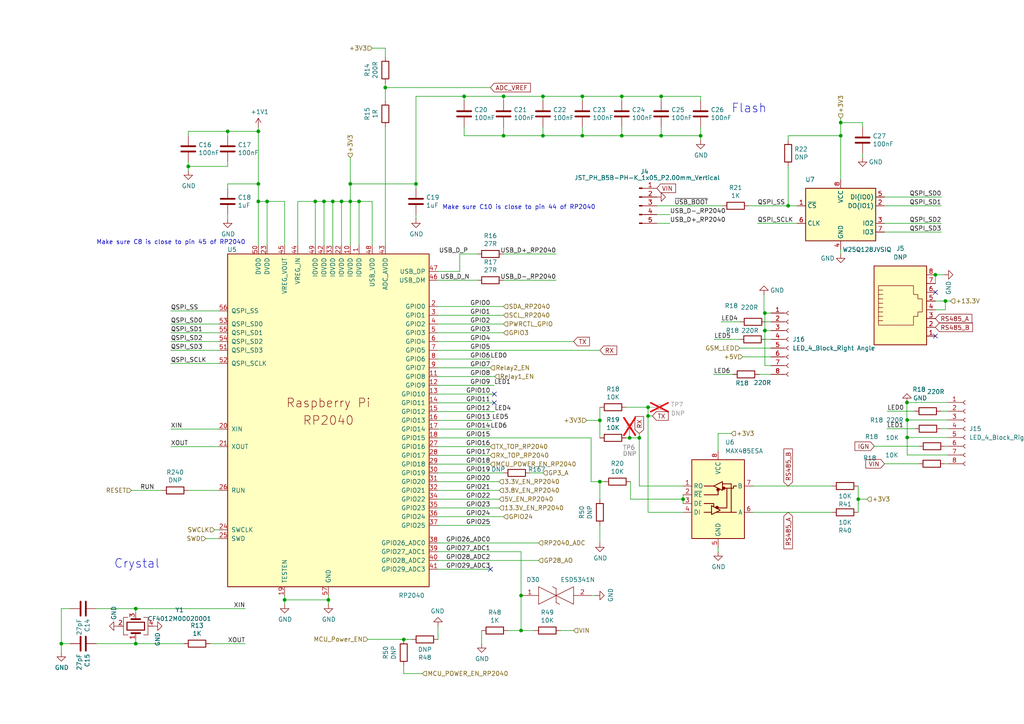
<source format=kicad_sch>
(kicad_sch (version 20231120) (generator "eeschema") (generator_version "8.0")
  (paper "A4")
  (lib_symbols
    (symbol "Connector:Conn_01x05_Male" (pin_names (offset 1.016) hide)
      (property "Reference" "J" (at 0 7.62 0))
      (property "Value" "Conn_01x05_Male" (at 0 -7.62 0))
      (symbol "Conn_01x05_Male_1_1"
        (pin passive line (at 5.08 5.08 180) (length 3.81) (name "Pin_1") (number "1"))
        (pin passive line (at 5.08 2.54 180) (length 3.81) (name "Pin_2") (number "2"))
        (pin passive line (at 5.08 0 180) (length 3.81) (name "Pin_3") (number "3"))
        (pin passive line (at 5.08 -2.54 180) (length 3.81) (name "Pin_4") (number "4"))
        (pin passive line (at 5.08 -5.08 180) (length 3.81) (name "Pin_5") (number "5"))
      )
    )
    (symbol "Connector:Conn_01x08_Socket" (pin_names (offset 1.016) hide)
      (property "Reference" "J" (at 0 10.16 0))
      (property "Value" "Conn_01x08_Socket" (at 0 -12.7 0))
      (symbol "Conn_01x08_Socket_1_1"
        (pin passive line (at -5.08 7.62 0) (length 3.81) (name "Pin_1") (number "1"))
        (pin passive line (at -5.08 5.08 0) (length 3.81) (name "Pin_2") (number "2"))
        (pin passive line (at -5.08 2.54 0) (length 3.81) (name "Pin_3") (number "3"))
        (pin passive line (at -5.08 0 0) (length 3.81) (name "Pin_4") (number "4"))
        (pin passive line (at -5.08 -2.54 0) (length 3.81) (name "Pin_5") (number "5"))
        (pin passive line (at -5.08 -5.08 0) (length 3.81) (name "Pin_6") (number "6"))
        (pin passive line (at -5.08 -7.62 0) (length 3.81) (name "Pin_7") (number "7"))
        (pin passive line (at -5.08 -10.16 0) (length 3.81) (name "Pin_8") (number "8"))
      )
    )
    (symbol "Connector:RJ45" (pin_names (offset 1.016))
      (property "Reference" "J" (at -5.08 13.97 0))
      (property "Value" "RJ45" (at 2.54 13.97 0))
      (symbol "RJ45_1_1"
        (pin passive line (at 10.16 -7.62 180) (length 2.54) (name "~") (number "1"))
        (pin passive line (at 10.16 -5.08 180) (length 2.54) (name "~") (number "2"))
        (pin passive line (at 10.16 -2.54 180) (length 2.54) (name "~") (number "3"))
        (pin passive line (at 10.16 0 180) (length 2.54) (name "~") (number "4"))
        (pin passive line (at 10.16 2.54 180) (length 2.54) (name "~") (number "5"))
        (pin passive line (at 10.16 5.08 180) (length 2.54) (name "~") (number "6"))
        (pin passive line (at 10.16 7.62 180) (length 2.54) (name "~") (number "7"))
        (pin passive line (at 10.16 10.16 180) (length 2.54) (name "~") (number "8"))
      )
    )
    (symbol "Connector:TestPoint" (pin_numbers hide) (pin_names (offset 0.762) hide)
      (property "Reference" "TP" (at 0 6.858 0))
      (property "Value" "TestPoint" (at 0 5.08 0))
      (symbol "TestPoint_1_1"
        (pin passive line (at 0 0 90) (length 2.54) (name "1") (number "1"))
      )
    )
    (symbol "Device:C" (pin_numbers hide) (pin_names (offset 0.254))
      (property "Reference" "C" (at 0.635 2.54 0))
      (property "Value" "C" (at 0.635 -2.54 0))
      (symbol "C_1_1"
        (pin passive line (at 0 3.81 270) (length 2.794) (name "~") (number "1"))
        (pin passive line (at 0 -3.81 90) (length 2.794) (name "~") (number "2"))
      )
    )
    (symbol "Device:Crystal_GND24" (pin_names (offset 1.016) hide)
      (property "Reference" "Y" (at 3.175 5.08 0))
      (property "Value" "Crystal_GND24" (at 3.175 3.175 0))
      (symbol "Crystal_GND24_1_1"
        (pin passive line (at -3.81 0 0) (length 1.27) (name "1") (number "1"))
        (pin passive line (at 0 5.08 270) (length 1.27) (name "2") (number "2"))
        (pin passive line (at 3.81 0 180) (length 1.27) (name "3") (number "3"))
        (pin passive line (at 0 -5.08 90) (length 1.27) (name "4") (number "4"))
      )
    )
    (symbol "Device:R" (pin_numbers hide) (pin_names (offset 0))
      (property "Reference" "R" (at 2.032 0 90))
      (property "Value" "R" (at 0 0 90))
      (symbol "R_1_1"
        (pin passive line (at 0 3.81 270) (length 1.27) (name "~") (number "1"))
        (pin passive line (at 0 -3.81 90) (length 1.27) (name "~") (number "2"))
      )
    )
    (symbol "Interface_UART:MAX485E"
      (property "Reference" "U" (at -6.096 11.43 0))
      (property "Value" "MAX485E" (at 0.762 11.43 0))
      (symbol "MAX485E_1_1"
        (pin output line (at -10.16 2.54 0) (length 2.54) (name "RO") (number "1"))
        (pin input line (at -10.16 0 0) (length 2.54) (name "~{RE}") (number "2"))
        (pin input line (at -10.16 -2.54 0) (length 2.54) (name "DE") (number "3"))
        (pin input line (at -10.16 -5.08 0) (length 2.54) (name "DI") (number "4"))
        (pin power_in line (at 0 -15.24 90) (length 2.54) (name "GND") (number "5"))
        (pin bidirectional line (at 10.16 -5.08 180) (length 2.54) (name "A") (number "6"))
        (pin bidirectional line (at 10.16 2.54 180) (length 2.54) (name "B") (number "7"))
        (pin power_in line (at 0 12.7 270) (length 2.54) (name "VCC") (number "8"))
      )
    )
    (symbol "MCU_RaspberryPi_RP2040:RP2040" (pin_names (offset 1.016))
      (property "Reference" "U" (at -29.21 49.53 0))
      (property "Value" "RP2040" (at 24.13 -49.53 0))
      (symbol "RP2040_0_0"
        (text "Raspberry Pi" (at 0 5.08 0) (effects (font (size 2.54 2.54))))
        (text "RP2040" (at 0 0 0) (effects (font (size 2.54 2.54))))
      )
      (symbol "RP2040_1_1"
        (pin power_in line (at 8.89 50.8 270) (length 2.54) (name "IOVDD") (number "1"))
        (pin power_in line (at 6.35 50.8 270) (length 2.54) (name "IOVDD") (number "10"))
        (pin bidirectional line (at 31.75 12.7 180) (length 2.54) (name "GPIO8") (number "11"))
        (pin bidirectional line (at 31.75 10.16 180) (length 2.54) (name "GPIO9") (number "12"))
        (pin bidirectional line (at 31.75 7.62 180) (length 2.54) (name "GPIO10") (number "13"))
        (pin bidirectional line (at 31.75 5.08 180) (length 2.54) (name "GPIO11") (number "14"))
        (pin bidirectional line (at 31.75 2.54 180) (length 2.54) (name "GPIO12") (number "15"))
        (pin bidirectional line (at 31.75 0 180) (length 2.54) (name "GPIO13") (number "16"))
        (pin bidirectional line (at 31.75 -2.54 180) (length 2.54) (name "GPIO14") (number "17"))
        (pin bidirectional line (at 31.75 -5.08 180) (length 2.54) (name "GPIO15") (number "18"))
        (pin passive line (at -12.7 -50.8 90) (length 2.54) (name "TESTEN") (number "19"))
        (pin bidirectional line (at 31.75 33.02 180) (length 2.54) (name "GPIO0") (number "2"))
        (pin input line (at -31.75 -2.54 0) (length 2.54) (name "XIN") (number "20"))
        (pin passive line (at -31.75 -7.62 0) (length 2.54) (name "XOUT") (number "21"))
        (pin power_in line (at 3.81 50.8 270) (length 2.54) (name "IOVDD") (number "22"))
        (pin power_in line (at -17.78 50.8 270) (length 2.54) (name "DVDD") (number "23"))
        (pin output line (at -31.75 -31.75 0) (length 2.54) (name "SWCLK") (number "24"))
        (pin bidirectional line (at -31.75 -34.29 0) (length 2.54) (name "SWD") (number "25"))
        (pin input line (at -31.75 -20.32 0) (length 2.54) (name "RUN") (number "26"))
        (pin bidirectional line (at 31.75 -7.62 180) (length 2.54) (name "GPIO16") (number "27"))
        (pin bidirectional line (at 31.75 -10.16 180) (length 2.54) (name "GPIO17") (number "28"))
        (pin bidirectional line (at 31.75 -12.7 180) (length 2.54) (name "GPIO18") (number "29"))
        (pin bidirectional line (at 31.75 30.48 180) (length 2.54) (name "GPIO1") (number "3"))
        (pin bidirectional line (at 31.75 -15.24 180) (length 2.54) (name "GPIO19") (number "30"))
        (pin bidirectional line (at 31.75 -17.78 180) (length 2.54) (name "GPIO20") (number "31"))
        (pin bidirectional line (at 31.75 -20.32 180) (length 2.54) (name "GPIO21") (number "32"))
        (pin power_in line (at 1.27 50.8 270) (length 2.54) (name "IOVDD") (number "33"))
        (pin bidirectional line (at 31.75 -22.86 180) (length 2.54) (name "GPIO22") (number "34"))
        (pin bidirectional line (at 31.75 -25.4 180) (length 2.54) (name "GPIO23") (number "35"))
        (pin bidirectional line (at 31.75 -27.94 180) (length 2.54) (name "GPIO24") (number "36"))
        (pin bidirectional line (at 31.75 -30.48 180) (length 2.54) (name "GPIO25") (number "37"))
        (pin bidirectional line (at 31.75 -35.56 180) (length 2.54) (name "GPIO26_ADC0") (number "38"))
        (pin bidirectional line (at 31.75 -38.1 180) (length 2.54) (name "GPIO27_ADC1") (number "39"))
        (pin bidirectional line (at 31.75 27.94 180) (length 2.54) (name "GPIO2") (number "4"))
        (pin bidirectional line (at 31.75 -40.64 180) (length 2.54) (name "GPIO28_ADC2") (number "40"))
        (pin bidirectional line (at 31.75 -43.18 180) (length 2.54) (name "GPIO29_ADC3") (number "41"))
        (pin power_in line (at -1.27 50.8 270) (length 2.54) (name "IOVDD") (number "42"))
        (pin power_in line (at 16.51 50.8 270) (length 2.54) (name "ADC_AVDD") (number "43"))
        (pin power_in line (at -8.89 50.8 270) (length 2.54) (name "VREG_IN") (number "44"))
        (pin power_out line (at -12.7 50.8 270) (length 2.54) (name "VREG_VOUT") (number "45"))
        (pin bidirectional line (at 31.75 40.64 180) (length 2.54) (name "USB_DM") (number "46"))
        (pin bidirectional line (at 31.75 43.18 180) (length 2.54) (name "USB_DP") (number "47"))
        (pin power_in line (at 12.7 50.8 270) (length 2.54) (name "USB_VDD") (number "48"))
        (pin power_in line (at -3.81 50.8 270) (length 2.54) (name "IOVDD") (number "49"))
        (pin bidirectional line (at 31.75 25.4 180) (length 2.54) (name "GPIO3") (number "5"))
        (pin power_in line (at -20.32 50.8 270) (length 2.54) (name "DVDD") (number "50"))
        (pin bidirectional line (at -31.75 20.32 0) (length 2.54) (name "QSPI_SD3") (number "51"))
        (pin output line (at -31.75 16.51 0) (length 2.54) (name "QSPI_SCLK") (number "52"))
        (pin bidirectional line (at -31.75 27.94 0) (length 2.54) (name "QSPI_SD0") (number "53"))
        (pin bidirectional line (at -31.75 22.86 0) (length 2.54) (name "QSPI_SD2") (number "54"))
        (pin bidirectional line (at -31.75 25.4 0) (length 2.54) (name "QSPI_SD1") (number "55"))
        (pin bidirectional line (at -31.75 31.75 0) (length 2.54) (name "QSPI_SS") (number "56"))
        (pin power_in line (at 0 -50.8 90) (length 2.54) (name "GND") (number "57"))
        (pin bidirectional line (at 31.75 22.86 180) (length 2.54) (name "GPIO4") (number "6"))
        (pin bidirectional line (at 31.75 20.32 180) (length 2.54) (name "GPIO5") (number "7"))
        (pin bidirectional line (at 31.75 17.78 180) (length 2.54) (name "GPIO6") (number "8"))
        (pin bidirectional line (at 31.75 15.24 180) (length 2.54) (name "GPIO7") (number "9"))
      )
    )
    (symbol "Memory_Flash:W25Q128JVS"
      (property "Reference" "U" (at -8.89 8.89 0))
      (property "Value" "W25Q128JVS" (at 7.62 8.89 0))
      (symbol "W25Q128JVS_1_1"
        (pin input line (at -12.7 2.54 0) (length 2.54) (name "~{CS}") (number "1"))
        (pin bidirectional line (at 12.7 2.54 180) (length 2.54) (name "DO(IO1)") (number "2"))
        (pin bidirectional line (at 12.7 -2.54 180) (length 2.54) (name "IO2") (number "3"))
        (pin power_in line (at 0 -10.16 90) (length 2.54) (name "GND") (number "4"))
        (pin bidirectional line (at 12.7 5.08 180) (length 2.54) (name "DI(IO0)") (number "5"))
        (pin input line (at -12.7 -2.54 0) (length 2.54) (name "CLK") (number "6"))
        (pin bidirectional line (at 12.7 -5.08 180) (length 2.54) (name "IO3") (number "7"))
        (pin power_in line (at 0 10.16 270) (length 2.54) (name "VCC") (number "8"))
      )
    )
    (symbol "SP0402B-ULC-01ETG:SP0402B-ULC-01ETG" (pin_names (offset 0.762))
      (property "Reference" "D" (at 12.7 8.89 0))
      (property "Value" "SP0402B-ULC-01ETG" (at 12.7 6.35 0))
      (symbol "SP0402B-ULC-01ETG_0_0"
        (pin passive line (at 0 0 0) (length 5.08) (name "~") (number "1"))
        (pin passive line (at 20.32 0 180) (length 5.08) (name "~") (number "2"))
      )
    )
    (symbol "power:+1V1" (power) (pin_names (offset 0))
      (property "Value" "+1V1" (at 0 3.556 0))
      (symbol "+1V1_1_1"
        (pin power_in line (at 0 0 90) (length 0) hide (name "+1V1") (number "1"))
      )
    )
    (symbol "power:GND" (power) (pin_names (offset 0))
      (property "Value" "GND" (at 0 -3.81 0))
      (symbol "GND_1_1"
        (pin power_in line (at 0 0 270) (length 0) hide (name "GND") (number "1"))
      )
    )
  )
  (junction (at 111.76 25.4))
  (junction (at 54.61 48.26))
  (junction (at 221.8396 90.8043))
  (junction (at 271.3007 79.6916))
  (junction (at 39.37 186.69))
  (junction (at 151.13 182.88))
  (junction (at 180.34 27.94))
  (junction (at 117.1006 185.4727))
  (junction (at 101.6 58.42))
  (junction (at 263.1254 126.8876))
  (junction (at 95.25 173.99))
  (junction (at 74.93 58.42))
  (junction (at 180.34 39.37))
  (junction (at 151.13 172.72))
  (junction (at 221.8396 95.8843))
  (junction (at 263.1254 121.8163))
  (junction (at 17.78 186.69))
  (junction (at 263.0568 116.7363))
  (junction (at 104.14 58.42))
  (junction (at 187.96 120.65))
  (junction (at 248.92 144.78))
  (junction (at 39.37 176.53))
  (junction (at 93.98 58.42))
  (junction (at 96.52 58.42))
  (junction (at 82.55 173.99))
  (junction (at 74.93 38.1))
  (junction (at 91.44 58.42))
  (junction (at 168.91 39.37))
  (junction (at 101.6 53.34))
  (junction (at 198.12 144.78))
  (junction (at 182.6119 127))
  (junction (at 134.62 27.94))
  (junction (at 157.48 27.94))
  (junction (at 187.96 118.11))
  (junction (at 228.6 59.69))
  (junction (at 66.04 38.1))
  (junction (at 74.93 53.34))
  (junction (at 99.06 58.42))
  (junction (at 191.77 39.37))
  (junction (at 173.99 121.92))
  (junction (at 120.65 53.34))
  (junction (at 191.77 27.94))
  (junction (at 168.91 27.94))
  (junction (at 77.47 58.42))
  (junction (at 185.42 127))
  (junction (at 146.05 27.94))
  (junction (at 157.48 39.37))
  (junction (at 274.2046 87.3106))
  (junction (at 243.84 39.37))
  (junction (at 243.84 35.56))
  (junction (at 203.2 39.37))
  (junction (at 146.05 39.37))
  (junction (at 173.99 139.7))
  (no_connect (at 142.24 165.1))
  (no_connect (at 143.3693 114.3018))
  (no_connect (at 271.3007 97.4716))
  (no_connect (at 271.3007 84.7716))
  (no_connect (at 143.3631 116.8403))
  (wire (pts (xy 111.76 36.83) (xy 111.76 71.12)))
  (wire (pts (xy 49.53 124.46) (xy 63.5 124.46)))
  (wire (pts (xy 59.69 156.21) (xy 63.5 156.21)))
  (wire (pts (xy 191.77 39.37) (xy 203.2 39.37)))
  (wire (pts (xy 66.04 53.34) (xy 74.93 53.34)))
  (wire (pts (xy 122.5125 195.3653) (xy 117.1006 195.3653)))
  (wire (pts (xy 127 160.02) (xy 151.13 160.02)))
  (wire (pts (xy 191.77 27.94) (xy 203.2 27.94)))
  (wire (pts (xy 143.1694 119.3787) (xy 143.1694 119.38)))
  (wire (pts (xy 101.6 58.42) (xy 104.14 58.42)))
  (wire (pts (xy 127.039 181.6432) (xy 127.039 185.4532)))
  (wire (pts (xy 180.34 27.94) (xy 191.77 27.94)))
  (wire (pts (xy 142.24 114.3018) (xy 142.24 114.3)))
  (wire (pts (xy 143.4165 119.3774) (xy 143.4234 119.3787)))
  (wire (pts (xy 221.8396 90.8043) (xy 221.8396 95.8843)))
  (wire (pts (xy 142.24 109.2128) (xy 142.24 109.22)))
  (wire (pts (xy 82.55 173.99) (xy 95.25 173.99)))
  (wire (pts (xy 142.24 116.8403) (xy 142.24 116.84)))
  (wire (pts (xy 143.3631 116.8403) (xy 142.24 116.8403)))
  (wire (pts (xy 216.6521 103.4902) (xy 216.6521 103.5043)))
  (wire (pts (xy 180.34 39.37) (xy 168.91 39.37)))
  (wire (pts (xy 39.37 186.69) (xy 53.34 186.69)))
  (wire (pts (xy 142.6874 121.92) (xy 127 121.92)))
  (wire (pts (xy 191.77 29.21) (xy 191.77 27.94)))
  (wire (pts (xy 86.36 58.42) (xy 91.44 58.42)))
  (wire (pts (xy 146.05 27.94) (xy 157.48 27.94)))
  (wire (pts (xy 207.0067 108.5843) (xy 212.5516 108.5843)))
  (wire (pts (xy 54.61 46.99) (xy 54.61 48.26)))
  (wire (pts (xy 228.6 48.26) (xy 228.6 59.69)))
  (wire (pts (xy 127 142.24) (xy 144.78 142.24)))
  (wire (pts (xy 127 104.14) (xy 142.24 104.14)))
  (wire (pts (xy 95.25 173.99) (xy 95.25 175.26)))
  (wire (pts (xy 118.2663 185.4532) (xy 119.419 185.4532)))
  (wire (pts (xy 111.76 13.97) (xy 107.95 13.97)))
  (wire (pts (xy 271.3007 79.6916) (xy 271.3007 82.2316)))
  (wire (pts (xy 185.42 125.73) (xy 185.42 127)))
  (wire (pts (xy 272.8769 119.2612) (xy 274.3404 119.2612)))
  (wire (pts (xy 185.42 127) (xy 185.42 140.97)))
  (wire (pts (xy 127 106.68) (xy 142.24 106.68)))
  (wire (pts (xy 27.94 176.53) (xy 39.37 176.53)))
  (wire (pts (xy 120.65 27.94) (xy 120.65 53.34)))
  (wire (pts (xy 143.3159 111.7647) (xy 142.24 111.7647)))
  (wire (pts (xy 101.6 53.34) (xy 101.6 58.42)))
  (wire (pts (xy 153.67 137.16) (xy 157.48 137.16)))
  (wire (pts (xy 274.9191 116.7276) (xy 265.8174 116.7276)))
  (wire (pts (xy 60.96 186.69) (xy 71.12 186.69)))
  (wire (pts (xy 253.5964 129.4276) (xy 266.517 129.4276)))
  (wire (pts (xy 274.137 129.4276) (xy 274.9191 129.4276)))
  (wire (pts (xy 194.31 62.23) (xy 190.5 62.23)))
  (wire (pts (xy 127 96.52) (xy 146.05 96.52)))
  (wire (pts (xy 207.1393 98.4253) (xy 207.1393 98.4243)))
  (wire (pts (xy 93.98 58.42) (xy 96.52 58.42)))
  (wire (pts (xy 216.6521 103.5043) (xy 223.6347 103.5043)))
  (wire (pts (xy 223.6347 95.8843) (xy 221.8396 95.8843)))
  (wire (pts (xy 212.09 125.73) (xy 208.28 125.73)))
  (wire (pts (xy 157.48 27.94) (xy 168.91 27.94)))
  (wire (pts (xy 194.31 64.77) (xy 190.5 64.77)))
  (wire (pts (xy 248.92 144.78) (xy 248.92 148.59)))
  (wire (pts (xy 66.04 54.61) (xy 66.04 53.34)))
  (wire (pts (xy 74.93 53.34) (xy 74.93 58.42)))
  (wire (pts (xy 20.32 176.53) (xy 17.78 176.53)))
  (wire (pts (xy 203.2 36.83) (xy 203.2 39.37)))
  (wire (pts (xy 99.06 71.12) (xy 99.06 58.42)))
  (wire (pts (xy 142.24 124.4539) (xy 142.24 124.46)))
  (wire (pts (xy 127 144.78) (xy 144.78 144.78)))
  (wire (pts (xy 263.0381 116.7363) (xy 263.0381 121.8163)))
  (wire (pts (xy 127 127) (xy 171.45 127)))
  (wire (pts (xy 180.34 29.21) (xy 180.34 27.94)))
  (wire (pts (xy 171.45 139.7) (xy 173.99 139.7)))
  (wire (pts (xy 146.05 39.37) (xy 134.62 39.37)))
  (wire (pts (xy 221.8396 95.8843) (xy 221.8396 106.0443)))
  (wire (pts (xy 215.8494 100.9643) (xy 223.6347 100.9643)))
  (wire (pts (xy 111.76 16.51) (xy 111.76 13.97)))
  (wire (pts (xy 221.8396 106.0443) (xy 223.6347 106.0443)))
  (wire (pts (xy 143.1694 119.38) (xy 127 119.38)))
  (wire (pts (xy 63.5 90.17) (xy 49.53 90.17)))
  (wire (pts (xy 274.9191 131.9676) (xy 263.1254 131.9676)))
  (wire (pts (xy 111.76 25.4) (xy 142.24 25.4)))
  (wire (pts (xy 207.0067 108.5876) (xy 207.0067 108.5843)))
  (wire (pts (xy 111.76 25.4) (xy 111.76 24.13)))
  (wire (pts (xy 198.12 144.78) (xy 198.12 146.05)))
  (wire (pts (xy 222.2145 93.3443) (xy 223.6347 93.3443)))
  (wire (pts (xy 208.28 158.75) (xy 208.28 160.02)))
  (wire (pts (xy 209.4507 93.3443) (xy 214.5945 93.3443)))
  (wire (pts (xy 66.04 39.37) (xy 66.04 38.1)))
  (wire (pts (xy 77.47 58.42) (xy 74.93 58.42)))
  (wire (pts (xy 146.05 36.83) (xy 146.05 39.37)))
  (wire (pts (xy 49.53 96.52) (xy 63.5 96.52)))
  (wire (pts (xy 256.54 67.31) (xy 273.05 67.31)))
  (wire (pts (xy 203.2 39.37) (xy 203.2 40.64)))
  (wire (pts (xy 134.62 27.94) (xy 146.05 27.94)))
  (wire (pts (xy 127 81.28) (xy 138.43 81.28)))
  (wire (pts (xy 74.93 58.42) (xy 74.93 71.12)))
  (wire (pts (xy 274.3404 119.2676) (xy 274.9191 119.2676)))
  (wire (pts (xy 127 114.3) (xy 142.24 114.3)))
  (wire (pts (xy 127 162.56) (xy 156.21 162.56)))
  (wire (pts (xy 127 147.32) (xy 144.78 147.32)))
  (wire (pts (xy 215.4186 103.4902) (xy 216.6521 103.4902)))
  (wire (pts (xy 180.34 36.83) (xy 180.34 39.37)))
  (wire (pts (xy 107.95 71.12) (xy 107.95 58.42)))
  (wire (pts (xy 134.62 27.94) (xy 120.65 27.94)))
  (wire (pts (xy 168.91 29.21) (xy 168.91 27.94)))
  (wire (pts (xy 146.05 73.66) (xy 161.29 73.66)))
  (wire (pts (xy 203.2 29.21) (xy 203.2 27.94)))
  (wire (pts (xy 221.586 85.4822) (xy 221.586 90.8043)))
  (wire (pts (xy 120.65 62.23) (xy 120.65 63.5)))
  (wire (pts (xy 101.6 53.34) (xy 101.6 45.72)))
  (wire (pts (xy 49.53 101.6) (xy 63.5 101.6)))
  (wire (pts (xy 218.44 140.97) (xy 241.3 140.97)))
  (wire (pts (xy 181.61 127) (xy 182.6119 127)))
  (wire (pts (xy 77.47 71.12) (xy 77.47 58.42)))
  (wire (pts (xy 20.32 186.69) (xy 17.78 186.69)))
  (wire (pts (xy 127 99.06) (xy 166.37 99.06)))
  (wire (pts (xy 49.53 99.06) (xy 63.5 99.06)))
  (wire (pts (xy 127 91.44) (xy 146.05 91.44)))
  (wire (pts (xy 166.37 182.88) (xy 162.56 182.88)))
  (wire (pts (xy 127 88.9) (xy 146.05 88.9)))
  (wire (pts (xy 82.55 71.12) (xy 82.55 58.42)))
  (wire (pts (xy 101.6 53.34) (xy 120.65 53.34)))
  (wire (pts (xy 191.77 36.83) (xy 191.77 39.37)))
  (wire (pts (xy 223.6347 90.8043) (xy 221.8396 90.8043)))
  (wire (pts (xy 214.5429 100.9726) (xy 215.8494 100.9726)))
  (wire (pts (xy 228.6 39.37) (xy 243.84 39.37)))
  (wire (pts (xy 187.96 120.65) (xy 189.23 120.65)))
  (wire (pts (xy 151.13 160.02) (xy 151.13 172.72)))
  (wire (pts (xy 173.99 121.92) (xy 173.99 127)))
  (wire (pts (xy 127 149.86) (xy 146.05 149.86)))
  (wire (pts (xy 265.8174 116.7363) (xy 263.0568 116.7363)))
  (wire (pts (xy 147.32 182.88) (xy 151.13 182.88)))
  (wire (pts (xy 104.14 58.42) (xy 104.14 71.12)))
  (wire (pts (xy 217.17 59.69) (xy 228.6 59.69)))
  (wire (pts (xy 275.7056 87.3106) (xy 274.2046 87.3106)))
  (wire (pts (xy 263.1254 121.8163) (xy 263.1254 126.8876)))
  (wire (pts (xy 63.5 129.54) (xy 49.53 129.54)))
  (wire (pts (xy 257.3361 119.2612) (xy 265.2569 119.2612)))
  (wire (pts (xy 104.14 58.42) (xy 107.95 58.42)))
  (wire (pts (xy 106.68 185.42) (xy 116.1625 185.42)))
  (wire (pts (xy 257.8411 134.5076) (xy 266.4376 134.5076)))
  (wire (pts (xy 111.76 25.4) (xy 111.76 29.21)))
  (wire (pts (xy 263.0568 116.7363) (xy 263.0381 116.7363)))
  (wire (pts (xy 86.36 71.12) (xy 86.36 58.42)))
  (wire (pts (xy 118.2663 185.4727) (xy 118.2663 185.4532)))
  (wire (pts (xy 74.93 36.83) (xy 74.93 38.1)))
  (wire (pts (xy 182.6119 127) (xy 185.42 127)))
  (wire (pts (xy 142.24 111.7647) (xy 142.24 111.76)))
  (wire (pts (xy 198.12 140.97) (xy 185.42 140.97)))
  (wire (pts (xy 243.84 39.37) (xy 243.84 52.07)))
  (wire (pts (xy 172.72 172.72) (xy 171.45 172.72)))
  (wire (pts (xy 127 116.84) (xy 142.24 116.84)))
  (wire (pts (xy 54.61 48.26) (xy 54.61 49.53)))
  (wire (pts (xy 173.99 157.48) (xy 173.99 152.4)))
  (wire (pts (xy 187.96 120.65) (xy 187.96 118.11)))
  (wire (pts (xy 74.93 38.1) (xy 74.93 53.34)))
  (wire (pts (xy 187.96 118.11) (xy 181.61 118.11)))
  (wire (pts (xy 117.1006 185.4727) (xy 118.2663 185.4727)))
  (wire (pts (xy 274.2046 89.8516) (xy 271.3007 89.8516)))
  (wire (pts (xy 272.9551 124.3476) (xy 274.9191 124.3476)))
  (wire (pts (xy 198.12 148.59) (xy 187.96 148.59)))
  (wire (pts (xy 170.18 121.92) (xy 173.99 121.92)))
  (wire (pts (xy 127 139.7) (xy 144.78 139.7)))
  (wire (pts (xy 133.35 73.66) (xy 138.43 73.66)))
  (wire (pts (xy 82.55 172.72) (xy 82.55 173.99)))
  (wire (pts (xy 221.586 90.8043) (xy 221.8396 90.8043)))
  (wire (pts (xy 82.55 173.99) (xy 82.55 175.26)))
  (wire (pts (xy 17.78 186.69) (xy 17.78 189.23)))
  (wire (pts (xy 182.88 144.78) (xy 182.88 139.7)))
  (wire (pts (xy 127 132.08) (xy 142.24 132.08)))
  (wire (pts (xy 127 157.48) (xy 156.21 157.48)))
  (wire (pts (xy 187.96 148.59) (xy 187.96 120.65)))
  (wire (pts (xy 134.62 36.83) (xy 134.62 39.37)))
  (wire (pts (xy 143.3693 114.3018) (xy 142.24 114.3018)))
  (wire (pts (xy 146.05 29.21) (xy 146.05 27.94)))
  (wire (pts (xy 139.7 186.69) (xy 139.7 182.88)))
  (wire (pts (xy 63.5 105.41) (xy 49.53 105.41)))
  (wire (pts (xy 27.94 186.69) (xy 39.37 186.69)))
  (wire (pts (xy 271.3007 87.3106) (xy 271.3007 87.3116)))
  (wire (pts (xy 95.25 172.72) (xy 95.25 173.99)))
  (wire (pts (xy 17.78 176.53) (xy 17.78 186.69)))
  (wire (pts (xy 191.77 39.37) (xy 180.34 39.37)))
  (wire (pts (xy 54.61 142.24) (xy 63.5 142.24)))
  (wire (pts (xy 99.06 58.42) (xy 101.6 58.42)))
  (wire (pts (xy 66.04 38.1) (xy 74.93 38.1)))
  (wire (pts (xy 198.12 144.78) (xy 182.88 144.78)))
  (wire (pts (xy 274.2046 87.3106) (xy 271.3007 87.3106)))
  (wire (pts (xy 228.6 40.64) (xy 228.6 39.37)))
  (wire (pts (xy 173.99 144.78) (xy 173.99 139.7)))
  (wire (pts (xy 256.54 59.69) (xy 273.05 59.69)))
  (wire (pts (xy 96.52 71.12) (xy 96.52 58.42)))
  (wire (pts (xy 250.19 44.45) (xy 250.19 45.72)))
  (wire (pts (xy 117.1006 195.3653) (xy 117.1006 193.0927)))
  (wire (pts (xy 133.35 73.66) (xy 133.35 78.74)))
  (wire (pts (xy 256.54 57.15) (xy 273.05 57.15)))
  (wire (pts (xy 248.92 140.97) (xy 248.92 144.78)))
  (wire (pts (xy 256.5555 134.5237) (xy 257.8411 134.5237)))
  (wire (pts (xy 116.1625 185.42) (xy 116.1625 185.4727)))
  (wire (pts (xy 116.1625 185.4727) (xy 117.1006 185.4727)))
  (wire (pts (xy 263.1254 126.8876) (xy 263.1254 131.9676)))
  (wire (pts (xy 127 93.98) (xy 146.05 93.98)))
  (wire (pts (xy 134.62 29.21) (xy 134.62 27.94)))
  (wire (pts (xy 49.53 93.98) (xy 63.5 93.98)))
  (wire (pts (xy 274.0576 134.5076) (xy 274.9191 134.5076)))
  (wire (pts (xy 273.8407 79.6916) (xy 271.3007 79.6916)))
  (wire (pts (xy 190.5 59.69) (xy 209.55 59.69)))
  (wire (pts (xy 257.238 124.3476) (xy 265.3351 124.3476)))
  (wire (pts (xy 127 109.22) (xy 142.24 109.22)))
  (wire (pts (xy 157.48 39.37) (xy 146.05 39.37)))
  (wire (pts (xy 127 152.4) (xy 142.24 152.4)))
  (wire (pts (xy 54.61 38.1) (xy 66.04 38.1)))
  (wire (pts (xy 157.48 36.83) (xy 157.48 39.37)))
  (wire (pts (xy 257.8411 134.5237) (xy 257.8411 134.5076)))
  (wire (pts (xy 127 129.54) (xy 142.24 129.54)))
  (wire (pts (xy 54.61 48.26) (xy 66.04 48.26)))
  (wire (pts (xy 127 111.76) (xy 142.24 111.76)))
  (wire (pts (xy 91.44 71.12) (xy 91.44 58.42)))
  (wire (pts (xy 93.98 71.12) (xy 93.98 58.42)))
  (wire (pts (xy 62.23 153.67) (xy 63.5 153.67)))
  (wire (pts (xy 127 165.1) (xy 142.24 165.1)))
  (wire (pts (xy 38.1 142.24) (xy 46.99 142.24)))
  (wire (pts (xy 243.84 35.56) (xy 243.84 39.37)))
  (wire (pts (xy 127 134.62) (xy 142.24 134.62)))
  (wire (pts (xy 82.55 58.42) (xy 77.47 58.42)))
  (wire (pts (xy 173.99 118.11) (xy 173.99 121.92)))
  (wire (pts (xy 127 78.74) (xy 133.35 78.74)))
  (wire (pts (xy 171.45 139.7) (xy 171.45 127)))
  (wire (pts (xy 143.4918 109.2128) (xy 142.24 109.2128)))
  (wire (pts (xy 274.9191 126.8876) (xy 263.1254 126.8876)))
  (wire (pts (xy 173.99 139.7) (xy 175.26 139.7)))
  (wire (pts (xy 168.91 39.37) (xy 157.48 39.37)))
  (wire (pts (xy 66.04 48.26) (xy 66.04 46.99)))
  (wire (pts (xy 222.0746 98.4243) (xy 223.6347 98.4243)))
  (wire (pts (xy 243.84 34.29) (xy 243.84 35.56)))
  (wire (pts (xy 219.71 64.77) (xy 231.14 64.77)))
  (wire (pts (xy 274.2046 87.3106) (xy 274.2046 89.8516)))
  (wire (pts (xy 127 124.46) (xy 142.24 124.46)))
  (wire (pts (xy 228.6 59.69) (xy 231.14 59.69)))
  (wire (pts (xy 243.84 72.39) (xy 243.84 73.66)))
  (wire (pts (xy 250.19 36.83) (xy 250.19 35.56)))
  (wire (pts (xy 274.3404 119.2612) (xy 274.3404 119.2676)))
  (wire (pts (xy 151.13 182.88) (xy 154.94 182.88)))
  (wire (pts (xy 207.1393 98.4243) (xy 214.4546 98.4243)))
  (wire (pts (xy 66.04 62.23) (xy 66.04 63.5)))
  (wire (pts (xy 263.0381 121.8163) (xy 263.1254 121.8163)))
  (wire (pts (xy 263.1254 121.8076) (xy 263.1254 121.8163)))
  (wire (pts (xy 220.1716 108.5843) (xy 223.6347 108.5843)))
  (wire (pts (xy 265.8174 116.7276) (xy 265.8174 116.7363)))
  (wire (pts (xy 218.44 148.59) (xy 241.3 148.59)))
  (wire (pts (xy 39.37 177.8) (xy 39.37 176.53)))
  (wire (pts (xy 101.6 71.12) (xy 101.6 58.42)))
  (wire (pts (xy 39.37 176.53) (xy 71.12 176.53)))
  (wire (pts (xy 263.1254 121.8076) (xy 274.9191 121.8076)))
  (wire (pts (xy 39.37 185.42) (xy 39.37 186.69)))
  (wire (pts (xy 143.1694 119.3787) (xy 143.4165 119.3774)))
  (wire (pts (xy 151.13 172.72) (xy 151.13 182.88)))
  (wire (pts (xy 256.54 64.77) (xy 273.05 64.77)))
  (wire (pts (xy 198.12 143.51) (xy 198.12 144.78)))
  (wire (pts (xy 146.05 81.28) (xy 161.29 81.28)))
  (wire (pts (xy 120.65 54.61) (xy 120.65 53.34)))
  (wire (pts (xy 251.46 144.78) (xy 248.92 144.78)))
  (wire (pts (xy 168.91 27.94) (xy 180.34 27.94)))
  (wire (pts (xy 209.4507 93.3472) (xy 209.4507 93.3443)))
  (wire (pts (xy 91.44 58.42) (xy 93.98 58.42)))
  (wire (pts (xy 127 101.6) (xy 173.99 101.6)))
  (wire (pts (xy 96.52 58.42) (xy 99.06 58.42)))
  (wire (pts (xy 250.19 35.56) (xy 243.84 35.56)))
  (wire (pts (xy 157.48 29.21) (xy 157.48 27.94)))
  (wire (pts (xy 215.8494 100.9726) (xy 215.8494 100.9643)))
  (wire (pts (xy 168.91 36.83) (xy 168.91 39.37)))
  (wire (pts (xy 54.61 39.37) (xy 54.61 38.1)))
  (wire (pts (xy 208.28 125.73) (xy 208.28 130.81)))
  (wire (pts (xy 209.1967 93.3472) (xy 209.4507 93.3472)))
  (wire (pts (xy 127 137.16) (xy 146.05 137.16)))
  (text "Make sure C8 is close to pin 45 of RP2040" (at 27.94 71.12 0) (effects (font (size 1.27 1.27)) (justify left bottom)))
  (text "Make sure C10 is close to pin 44 of RP2040" (at 128.27 60.96 0) (effects (font (size 1.27 1.27)) (justify left bottom)))
  (text "Flash" (at 212.09 33.02 0) (effects (font (size 2.54 2.54)) (justify left bottom)))
  (text "Crystal" (at 33.02 165.1 0) (effects (font (size 2.54 2.54)) (justify left bottom)))
  (label "USB_D_P" (at 135.7763 73.66 180))
  (label "GPIO22" (at 142.24 144.78 180))
  (label "GPIO17" (at 142.24 132.08 180))
  (label "GPIO9" (at 142.24 111.7647 180))
  (label "XIN" (at 71.12 176.53 180))
  (label "USB_D+_RP2040" (at 161.29 73.66 180))
  (label "GPIO5" (at 142.24 101.6 180))
  (label "GPIO15" (at 142.24 127 180))
  (label "LED4" (at 143.4234 119.3787 0))
  (label "QSPI_SD0" (at 49.53 93.98 0))
  (label "GPIO18" (at 142.24 134.62 180))
  (label "GPIO26_ADC0" (at 142.24 157.48 180))
  (label "GPIO24" (at 142.24 149.86 180))
  (label "QSPI_SD2" (at 49.53 99.06 0))
  (label "GPIO27_ADC1" (at 142.24 160.02 180))
  (label "QSPI_SCLK" (at 219.71 64.77 0))
  (label "LED6" (at 142.24 124.46 0))
  (label "GPIO7" (at 142.24 106.68 180))
  (label "GPIO14" (at 142.24 124.4539 180))
  (label "GPIO3" (at 142.24 96.52 180))
  (label "LED0" (at 142.24 104.14 0))
  (label "GPIO0" (at 142.24 88.9 180))
  (label "LED1" (at 257.238 124.3476 0))
  (label "QSPI_SD3" (at 273.05 67.31 180))
  (label "GPIO11" (at 142.24 116.8403 180))
  (label "LED6" (at 207.0067 108.5876 0))
  (label "QSPI_SD0" (at 273.05 57.15 180))
  (label "USB_D-_RP2040" (at 194.31 62.23 0))
  (label "GPIO4" (at 142.24 99.06 180))
  (label "LED5" (at 142.6874 121.92 0))
  (label "GPIO20" (at 142.24 139.7 180))
  (label "~{USB_BOOT}" (at 195.58 59.69 0))
  (label "GPIO13" (at 142.24 121.92 180))
  (label "LED0" (at 257.3361 119.2612 0))
  (label "GPIO12" (at 142.24 119.38 180))
  (label "GPIO6" (at 142.24 104.14 180))
  (label "LED5" (at 207.1393 98.4253 0))
  (label "GPIO29_ADC3" (at 142.24 165.1 180))
  (label "GPIO1" (at 142.24 91.44 180))
  (label "GPIO28_ADC2" (at 142.24 162.56 180))
  (label "QSPI_SCLK" (at 49.53 105.41 0))
  (label "QSPI_SS" (at 49.53 90.17 0))
  (label "GPIO23" (at 142.24 147.32 180))
  (label "QSPI_SD3" (at 49.53 101.6 0))
  (label "USB_D+_RP2040" (at 194.31 64.77 0))
  (label "LED1" (at 143.3159 111.7647 0))
  (label "RUN" (at 40.64 142.24 0))
  (label "USB_D_N" (at 136.2125 81.28 180))
  (label "GPIO19" (at 142.24 137.16 180))
  (label "GPIO10" (at 142.24 114.3 180))
  (label "QSPI_SD1" (at 273.05 59.69 180))
  (label "QSPI_SD2" (at 273.05 64.77 180))
  (label "GPIO16" (at 142.24 129.54 180))
  (label "XOUT" (at 49.53 129.54 0))
  (label "QSPI_SD1" (at 49.53 96.52 0))
  (label "GPIO8" (at 142.24 109.2128 180))
  (label "XOUT" (at 71.12 186.69 180))
  (label "GPIO25" (at 142.24 152.4 180))
  (label "QSPI_SS" (at 219.71 59.69 0))
  (label "XIN" (at 49.53 124.46 0))
  (label "LED4" (at 209.1967 93.3472 0))
  (label "GPIO21" (at 142.24 142.24 180))
  (label "GPIO2" (at 142.24 93.98 180))
  (label "USB_D-_RP2040" (at 161.29 81.28 180))
  (global_label "RS485_B" (shape input) (at 271.3007 94.9316 0) (property "Intersheetrefs" "${INTERSHEET_REFS}" (effects (hide yes))))
  (global_label "ADC_VREF" (shape input) (at 142.24 25.4 0) (property "Intersheetrefs" "${INTERSHEET_REFS}" (effects (hide yes))))
  (global_label "RS485_A" (shape input) (at 228.6 148.59 270) (property "Intersheetrefs" "${INTERSHEET_REFS}" (effects (hide yes))))
  (global_label "RX" (shape input) (at 173.99 101.6 0) (property "Intersheetrefs" "${INTERSHEET_REFS}" (effects (hide yes))))
  (global_label "RS485_B" (shape input) (at 228.6 140.97 90) (property "Intersheetrefs" "${INTERSHEET_REFS}" (effects (hide yes))))
  (global_label "TX" (shape input) (at 189.23 120.65 0) (property "Intersheetrefs" "${INTERSHEET_REFS}" (effects (hide yes))))
  (global_label "IGN" (shape input) (at 253.5964 129.4276 180) (property "Intersheetrefs" "${INTERSHEET_REFS}" (effects (hide yes))))
  (global_label "RX" (shape input) (at 185.42 125.73 90) (property "Intersheetrefs" "${INTERSHEET_REFS}" (effects (hide yes))))
  (global_label "VIN" (shape input) (at 256.5555 134.5237 180) (property "Intersheetrefs" "${INTERSHEET_REFS}" (effects (hide yes))))
  (global_label "VIN" (shape input) (at 190.5 54.61 0) (property "Intersheetrefs" "${INTERSHEET_REFS}" (effects (hide yes))))
  (global_label "TX" (shape input) (at 166.37 99.06 0) (property "Intersheetrefs" "${INTERSHEET_REFS}" (effects (hide yes))))
  (global_label "RS485_A" (shape input) (at 271.3007 92.3916 0) (property "Intersheetrefs" "${INTERSHEET_REFS}" (effects (hide yes))))
  (hierarchical_label "GP3_A" (shape input) (at 157.48 137.16 0))
  (hierarchical_label "+3V3" (shape input) (at 101.6 45.72 90))
  (hierarchical_label "+3V3" (shape input) (at 212.09 125.73 0))
  (hierarchical_label "SCL_RP2040" (shape input) (at 146.05 91.44 0))
  (hierarchical_label "+3V3" (shape input) (at 107.95 13.97 180))
  (hierarchical_label "RP2040_ADC" (shape input) (at 156.21 157.48 0))
  (hierarchical_label "SDA_RP2040" (shape input) (at 146.05 88.9 0))
  (hierarchical_label "SWCLK" (shape input) (at 62.23 153.67 180))
  (hierarchical_label "Relay2_EN" (shape input) (at 142.24 106.68 0))
  (hierarchical_label "VIN" (shape input) (at 166.37 182.88 0))
  (hierarchical_label "RX_TOP_RP2040" (shape input) (at 142.24 132.08 0))
  (hierarchical_label "5V_EN_RP2040" (shape input) (at 144.78 144.78 0))
  (hierarchical_label "+3V3" (shape input) (at 170.18 121.92 180))
  (hierarchical_label "13.3V_EN_RP2040" (shape input) (at 144.78 147.32 0))
  (hierarchical_label "MCU_Power_EN" (shape input) (at 106.68 185.42 180))
  (hierarchical_label "MCU_POWER_EN_RP2040" (shape input) (at 122.5125 195.3653 0))
  (hierarchical_label "MCU_POWER_EN_RP2040" (shape input) (at 142.24 134.62 0))
  (hierarchical_label "3.3V_EN_RP2040" (shape input) (at 144.78 139.7 0))
  (hierarchical_label "3.8V_EN_RP2040" (shape input) (at 144.78 142.24 0))
  (hierarchical_label "+3V3" (shape input) (at 251.46 144.78 0))
  (hierarchical_label "+13.3V" (shape input) (at 275.7056 87.3106 0))
  (hierarchical_label "GPIO24" (shape input) (at 146.05 149.86 0))
  (hierarchical_label "TX_TOP_RP2040" (shape input) (at 142.24 129.54 0))
  (hierarchical_label "SWD" (shape input) (at 59.69 156.21 180))
  (hierarchical_label "PWRCTL_GPIO" (shape input) (at 146.05 93.98 0))
  (hierarchical_label "GSM_LED" (shape input) (at 214.5429 100.9726 180))
  (hierarchical_label "GPIO3" (shape input) (at 146.05 96.52 0))
  (hierarchical_label "+5V" (shape input) (at 215.4186 103.4902 180))
  (hierarchical_label "+3V3" (shape input) (at 243.84 34.29 90))
  (hierarchical_label "RESET" (shape input) (at 38.1 142.24 180))
  (hierarchical_label "GP28_AO" (shape input) (at 156.21 162.56 0))
  (hierarchical_label "Relay1_EN" (shape input) (at 143.4918 109.2128 0))
  (symbol (lib_id "Device:R") (at 57.15 186.69 270) (unit 1)
    (property "Reference" "R13" (at 57.15 181.4322 90))
    (property "Value" "1K" (at 57.15 183.7436 90))
    (property "Footprint" "Resistor_SMD:R_0603_1608Metric" (effects (hide yes)))
    (property "MPN" "0603WAF1001T5E" (effects (hide yes)))
  )
  (symbol (lib_id "Device:C") (at 24.13 186.69 270) (unit 1)
    (property "Reference" "C15" (at 25.2984 189.611 0) (effects (justify left)))
    (property "Value" "27pF" (at 22.987 189.611 0) (effects (justify left)))
    (property "Footprint" "Capacitor_SMD:C_0603_1608Metric" (effects (hide yes)))
    (property "MPN" "0603CG270J500NT" (effects (hide yes)))
  )
  (symbol (lib_id "Device:C") (at 24.13 176.53 270) (unit 1)
    (property "Reference" "C14" (at 25.2984 179.451 0) (effects (justify left)))
    (property "Value" "27pF" (at 22.987 179.451 0) (effects (justify left)))
    (property "Footprint" "Capacitor_SMD:C_0603_1608Metric" (effects (hide yes)))
    (property "MPN" "0603CG270J500NT" (effects (hide yes)))
  )
  (symbol (lib_id "Device:C") (at 191.77 33.02 0) (unit 1)
    (property "Reference" "C25" (at 194.691 31.8516 0) (effects (justify left)))
    (property "Value" "100nF" (at 194.691 34.163 0) (effects (justify left)))
    (property "Footprint" "Capacitor_SMD:C_0402_1005Metric" (effects (hide yes)))
    (property "MPN" "CC0402KRX7R7BB104" (effects (hide yes)))
  )
  (symbol (lib_id "Device:R") (at 269.1451 124.3476 90) (unit 1)
    (property "Reference" "R18" (at 254.2422 121.851 90))
    (property "Value" "220R" (at 259.5396 121.8334 90))
    (property "Footprint" "Resistor_SMD:R_0603_1608Metric" (effects (hide yes)))
    (property "MPN" "0603WAF2200T5E" (effects (hide yes)))
  )
  (symbol (lib_id "Device:R") (at 270.2476 134.5076 90) (unit 1)
    (property "Reference" "R18" (at 252.2744 132.8663 90))
    (property "Value" "10K" (at 258.6591 132.0151 90))
    (property "Footprint" "Resistor_SMD:R_0603_1608Metric" (effects (hide yes)))
    (property "MPN" "0603WAF1002T5E" (effects (hide yes)))
  )
  (symbol (lib_id "power:GND") (at 17.78 189.23 0) (unit 1)
    (property "Reference" "#PWR0135" (effects (hide yes)))
    (property "Value" "GND" (at 17.907 193.6242 0))
  )
  (symbol (lib_id "Device:R") (at 142.24 73.66 270) (unit 1)
    (property "Reference" "R16" (at 142.24 68.4022 90))
    (property "Value" "27R" (at 142.24 70.7136 90))
    (property "Footprint" "Resistor_SMD:R_0603_1608Metric" (effects (hide yes)))
    (property "MPN" "0603WAF270JT5E" (effects (hide yes)))
  )
  (symbol (lib_id "SP0402B-ULC-01ETG:SP0402B-ULC-01ETG") (at 151.13 172.72 0) (unit 1)
    (property "Reference" "D30" (at 152.654 168.148 0) (effects (justify left)))
    (property "Value" "ESD5341N" (at 162.56 168.148 0) (effects (justify left)))
    (property "Footprint" "ESD5341N:ESD5341N" (effects (hide yes)))
    (property "Datasheet" "https://www.mouser.com/datasheet/2/240/Littelfuse_TVS_Diode_Array_Ultra_Low_Capacitance_D-1021420.pdf" (effects (hide yes)))
    (property "Description" "ESD Suppressors / TVS Diodes 5V .13pF 20kV" (effects (hide yes)))
    (property "Manufacturer_Name" "LITTELFUSE" (effects (hide yes)))
    (property "Manufacturer_Part_Number" "SP0402B-ULC-01ETG" (effects (hide yes)))
    (property "Mouser Part Number" "576-SP0402BULC-01ETG" (effects (hide yes)))
    (property "Mouser Price/Stock" "https://www.mouser.co.uk/ProductDetail/Littelfuse/SP0402B-ULC-01ETG?qs=lM4gFlnEeENx4cnTNlk34g%3D%3D" (effects (hide yes)))
    (property "Arrow Part Number" "SP0402B-ULC-01ETG" (effects (hide yes)))
    (property "Arrow Price/Stock" "https://www.arrow.com/en/products/sp0402b-ulc-01etg/littelfuse?region=nac" (effects (hide yes)))
    (property "MPN" "ESD5341N" (effects (hide yes)))
  )
  (symbol (lib_id "Device:R") (at 216.3616 108.5843 90) (unit 1)
    (property "Reference" "R18" (at 215.2391 111.1275 90))
    (property "Value" "220R" (at 221.1324 110.998 90))
    (property "Footprint" "Resistor_SMD:R_0603_1608Metric" (effects (hide yes)))
    (property "MPN" "0603WAF2200T5E" (effects (hide yes)))
  )
  (symbol (lib_id "Device:C") (at 120.65 58.42 0) (unit 1)
    (property "Reference" "C19" (at 123.571 57.2516 0) (effects (justify left)))
    (property "Value" "1uF" (at 123.571 59.563 0) (effects (justify left)))
    (property "Footprint" "Capacitor_SMD:C_0603_1608Metric" (effects (hide yes)))
    (property "MPN" "CL10A105KB8NNNC" (effects (hide yes)))
  )
  (symbol (lib_id "power:GND") (at 95.25 175.26 0) (unit 1)
    (property "Reference" "#PWR0131" (effects (hide yes)))
    (property "Value" "GND" (at 95.377 179.6542 0))
  )
  (symbol (lib_id "power:GND") (at 221.586 85.4822 180) (unit 1)
    (property "Reference" "#PWR0114" (effects (hide yes)))
    (property "Value" "GND" (at 225.396 84.2122 0))
  )
  (symbol (lib_id "Device:R") (at 218.2646 98.4243 90) (unit 1)
    (property "Reference" "R18" (at 212.4312 95.8593 90))
    (property "Value" "220R" (at 217.5236 95.9021 90))
    (property "Footprint" "Resistor_SMD:R_0603_1608Metric" (effects (hide yes)))
    (property "MPN" "0603WAF2200T5E" (effects (hide yes)))
  )
  (symbol (lib_id "Device:R") (at 142.24 81.28 270) (unit 1)
    (property "Reference" "R17" (at 142.24 76.0222 90))
    (property "Value" "27R" (at 142.24 78.3336 90))
    (property "Footprint" "Resistor_SMD:R_0603_1608Metric" (effects (hide yes)))
    (property "MPN" "0603WAF270JT5E" (effects (hide yes)))
  )
  (symbol (lib_id "power:GND") (at 139.7 186.69 0) (unit 1)
    (property "Reference" "#PWR0174" (effects (hide yes)))
    (property "Value" "GND" (at 139.827 191.0842 0))
  )
  (symbol (lib_id "power:GND") (at 54.61 49.53 0) (unit 1)
    (property "Reference" "#PWR0128" (effects (hide yes)))
    (property "Value" "GND" (at 54.737 53.9242 0))
  )
  (symbol (lib_id "Device:C") (at 180.34 33.02 0) (unit 1)
    (property "Reference" "C24" (at 183.261 31.8516 0) (effects (justify left)))
    (property "Value" "100nF" (at 183.261 34.163 0) (effects (justify left)))
    (property "Footprint" "Capacitor_SMD:C_0402_1005Metric" (effects (hide yes)))
    (property "MPN" "CC0402KRX7R7BB104" (effects (hide yes)))
  )
  (symbol (lib_id "Device:C") (at 134.62 33.02 0) (unit 1)
    (property "Reference" "C20" (at 137.541 31.8516 0) (effects (justify left)))
    (property "Value" "100nF" (at 137.541 34.163 0) (effects (justify left)))
    (property "Footprint" "Capacitor_SMD:C_0402_1005Metric" (effects (hide yes)))
    (property "MPN" "CC0402KRX7R7BB104" (effects (hide yes)))
  )
  (symbol (lib_id "Device:R") (at 177.8 127 270) (unit 1)
    (property "Reference" "R19" (at 177.8 121.7422 90))
    (property "Value" "10K" (at 177.8 124.0536 90))
    (property "Footprint" "Resistor_SMD:R_0603_1608Metric" (effects (hide yes)))
    (property "MPN" "0603WAF1002T5E" (effects (hide yes)))
  )
  (symbol (lib_id "Memory_Flash:W25Q128JVS") (at 243.84 62.23 0) (unit 1)
    (property "Reference" "U7" (at 234.95 52.07 0))
    (property "Value" "W25Q128JVSIQ" (at 251.46 72.39 0))
    (property "Footprint" "Package_SO:SOIC-8_5.23x5.23mm_P1.27mm" (effects (hide yes)))
    (property "Datasheet" "http://www.winbond.com/resource-files/w25q128jv_dtr%20revc%2003272018%20plus.pdf" (effects (hide yes)))
    (property "MPN" "W25Q128JVSIQ" (effects (hide yes)))
  )
  (symbol (lib_id "Device:C") (at 146.05 33.02 0) (unit 1)
    (property "Reference" "C21" (at 148.971 31.8516 0) (effects (justify left)))
    (property "Value" "100nF" (at 148.971 34.163 0) (effects (justify left)))
    (property "Footprint" "Capacitor_SMD:C_0402_1005Metric" (effects (hide yes)))
    (property "MPN" "CC0402KRX7R7BB104" (effects (hide yes)))
  )
  (symbol (lib_id "power:GND") (at 127.039 181.6432 180) (unit 1)
    (property "Reference" "#PWR0174" (effects (hide yes)))
    (property "Value" "GND" (at 126.912 177.249 0))
  )
  (symbol (lib_id "Device:R") (at 143.51 182.88 270) (unit 1)
    (property "Reference" "R48" (at 143.51 177.6222 90))
    (property "Value" "1K" (at 143.51 179.9336 90))
    (property "Footprint" "Resistor_SMD:R_0603_1608Metric" (effects (hide yes)))
    (property "MPN" "0603WAF1001T5E" (effects (hide yes)))
  )
  (symbol (lib_id "power:GND") (at 34.29 181.61 270) (unit 1)
    (property "Reference" "#PWR0133" (effects (hide yes)))
    (property "Value" "GND" (at 33.02 177.8 0))
  )
  (symbol (lib_id "Connector:Conn_01x05_Male") (at 185.42 59.69 0) (unit 1)
    (property "Reference" "J4" (at 186.944 49.784 0))
    (property "Value" "JST_PH_B5B-PH-K_1x05_P2.00mm_Vertical" (at 187.706 51.562 0))
    (property "Footprint" "Connector_JST:JST_PH_B5B-PH-K_1x05_P2.00mm_Vertical" (effects (hide yes)))
  )
  (symbol (lib_id "Device:R") (at 228.6 44.45 0) (unit 1)
    (property "Reference" "R22" (at 230.378 43.2816 0) (effects (justify left)))
    (property "Value" "DNP" (at 230.378 45.593 0) (effects (justify left)))
    (property "Footprint" "Resistor_SMD:R_0603_1608Metric" (effects (hide yes)))
  )
  (symbol (lib_id "power:GND") (at 273.8407 79.6916 90) (unit 1)
    (property "Reference" "#PWR0114" (effects (hide yes)))
    (property "Value" "GND" (at 275.1107 83.5016 0))
  )
  (symbol (lib_id "Device:R") (at 50.8 142.24 270) (unit 1)
    (property "Reference" "R240" (at 50.8 136.9822 90))
    (property "Value" "DNP" (at 50.8 139.2936 90))
    (property "Footprint" "Resistor_SMD:R_0603_1608Metric" (effects (hide yes)))
  )
  (symbol (lib_id "Device:R") (at 158.75 182.88 270) (unit 1)
    (property "Reference" "R49" (at 158.75 177.6222 90))
    (property "Value" "10K" (at 158.75 179.9336 90))
    (property "Footprint" "Resistor_SMD:R_0603_1608Metric" (effects (hide yes)))
    (property "MPN" "0603WAF1002T5E" (effects (hide yes)))
  )
  (symbol (lib_id "Device:R") (at 149.86 137.16 90) (unit 1)
    (property "Reference" "R167" (at 155.702 136.144 90))
    (property "Value" "DNP" (at 144.526 136.144 90))
    (property "Footprint" "Resistor_SMD:R_0603_1608Metric" (effects (hide yes)))
    (property "Description" "Resistor" (effects (hide yes)))
  )
  (symbol (lib_id "Connector:RJ45") (at 261.1407 89.8516 0) (unit 1)
    (property "Reference" "J5" (at 261.1407 72.0716 0))
    (property "Value" "DNP" (at 261.1407 74.6116 0))
    (property "Footprint" "Connector_RJ:RJ45_Amphenol_54602-x08_Horizontal" (effects (hide yes)))
    (property "MPN" "黑色 RJ45 8P" (effects (hide yes)))
  )
  (symbol (lib_id "Device:R") (at 245.11 148.59 90) (unit 1)
    (property "Reference" "R40" (at 245.11 153.8478 90))
    (property "Value" "10K" (at 245.11 151.5364 90))
    (property "Footprint" "Resistor_SMD:R_0603_1608Metric" (effects (hide yes)))
    (property "MPN" "0603WAF1002T5E" (effects (hide yes)))
  )
  (symbol (lib_id "Device:R") (at 111.76 20.32 0) (unit 1)
    (property "Reference" "R14" (at 106.5022 20.32 90))
    (property "Value" "200R" (at 108.8136 20.32 90))
    (property "Footprint" "Resistor_SMD:R_0603_1608Metric" (effects (hide yes)))
    (property "MPN" "0603WAF2000T5E" (effects (hide yes)))
  )
  (symbol (lib_id "Device:C") (at 203.2 33.02 0) (unit 1)
    (property "Reference" "C26" (at 206.121 31.8516 0) (effects (justify left)))
    (property "Value" "100nF" (at 206.121 34.163 0) (effects (justify left)))
    (property "Footprint" "Capacitor_SMD:C_0402_1005Metric" (effects (hide yes)))
    (property "MPN" "CC0402KRX7R7BB104" (effects (hide yes)))
  )
  (symbol (lib_id "Device:C") (at 66.04 43.18 0) (unit 1)
    (property "Reference" "C17" (at 68.961 42.0116 0) (effects (justify left)))
    (property "Value" "100nF" (at 68.961 44.323 0) (effects (justify left)))
    (property "Footprint" "Capacitor_SMD:C_0402_1005Metric" (effects (hide yes)))
    (property "MPN" "CC0402KRX7R7BB104" (effects (hide yes)))
  )
  (symbol (lib_id "MCU_RaspberryPi_RP2040:RP2040") (at 95.25 121.92 0) (unit 1)
    (property "Reference" "U5" (at 67.31 72.39 0))
    (property "Value" "RP2040" (at 119.38 172.72 0))
    (property "Footprint" "RP2040_minimal:RP2040-QFN-56" (effects (hide yes)))
    (property "MPN" "RP2040" (effects (hide yes)))
  )
  (symbol (lib_id "power:GND") (at 243.84 73.66 0) (unit 1)
    (property "Reference" "#PWR0151" (effects (hide yes)))
    (property "Value" "GND" (at 240.03 74.93 0))
  )
  (symbol (lib_id "Device:C") (at 66.04 58.42 0) (unit 1)
    (property "Reference" "C18" (at 68.961 57.2516 0) (effects (justify left)))
    (property "Value" "1uF" (at 68.961 59.563 0) (effects (justify left)))
    (property "Footprint" "Capacitor_SMD:C_0603_1608Metric" (effects (hide yes)))
    (property "MPN" "CL10A105KB8NNNC" (effects (hide yes)))
  )
  (symbol (lib_id "Device:C") (at 157.48 33.02 0) (unit 1)
    (property "Reference" "C22" (at 160.401 31.8516 0) (effects (justify left)))
    (property "Value" "100nF" (at 160.401 34.163 0) (effects (justify left)))
    (property "Footprint" "Capacitor_SMD:C_0402_1005Metric" (effects (hide yes)))
    (property "MPN" "CC0402KRX7R7BB104" (effects (hide yes)))
  )
  (symbol (lib_id "power:GND") (at 44.45 181.61 90) (unit 1)
    (property "Reference" "#PWR0134" (effects (hide yes)))
    (property "Value" "GND" (at 45.72 185.42 0))
  )
  (symbol (lib_id "Connector:Conn_01x08_Socket") (at 228.7147 98.4243 0) (unit 1)
    (property "Reference" "J16" (at 229.87 98.4242 0) (effects (justify left)))
    (property "Value" "LED_4_Block_Right Angle" (at 229.87 100.9642 0) (effects (justify left)))
    (property "Footprint" "LED_4:LED_4_Block" (effects (hide yes)))
    (property "Description" "Generic connector, single row, 01x08, script generated" (effects (hide yes)))
    (property "MPN" "3mm四孔灯座带灯" (effects (hide yes)))
  )
  (symbol (lib_id "Device:R") (at 123.229 185.4532 90) (unit 1)
    (property "Reference" "R48" (at 123.229 190.711 90))
    (property "Value" "DNP" (at 123.229 188.3996 90))
    (property "Footprint" "Resistor_SMD:R_0603_1608Metric" (effects (hide yes)))
  )
  (symbol (lib_id "power:GND") (at 190.5 57.15 90) (unit 1)
    (property "Reference" "#PWR0139" (effects (hide yes)))
    (property "Value" "GND" (effects (hide yes)))
  )
  (symbol (lib_id "Device:R") (at 269.0669 119.2612 90) (unit 1)
    (property "Reference" "R18" (at 266.5792 112.9634 90))
    (property "Value" "220R" (at 271.4189 113.6322 90))
    (property "Footprint" "Resistor_SMD:R_0603_1608Metric" (effects (hide yes)))
    (property "MPN" "0603WAF2200T5E" (effects (hide yes)))
  )
  (symbol (lib_id "Device:R") (at 111.76 33.02 0) (unit 1)
    (property "Reference" "R15" (at 106.5022 33.02 90))
    (property "Value" "1R" (at 108.8136 33.02 90))
    (property "Footprint" "Resistor_SMD:R_0603_1608Metric" (effects (hide yes)))
    (property "MPN" "0603WAF100KT5E" (effects (hide yes)))
  )
  (symbol (lib_id "power:GND") (at 263.0568 116.7363 180) (unit 1)
    (property "Reference" "#PWR0114" (effects (hide yes)))
    (property "Value" "GND" (at 266.8668 115.4663 0))
  )
  (symbol (lib_id "Device:R") (at 270.327 129.4276 90) (unit 1)
    (property "Reference" "R18" (at 252.8002 126.657 90))
    (property "Value" "10K" (at 258.7843 126.9574 90))
    (property "Footprint" "Resistor_SMD:R_0603_1608Metric" (effects (hide yes)))
    (property "MPN" "0603WAF1002T5E" (effects (hide yes)))
  )
  (symbol (lib_id "Device:C") (at 250.19 40.64 0) (unit 1)
    (property "Reference" "C27" (at 253.111 39.4716 0) (effects (justify left)))
    (property "Value" "100nF" (at 253.111 41.783 0) (effects (justify left)))
    (property "Footprint" "Capacitor_SMD:C_0402_1005Metric" (effects (hide yes)))
    (property "MPN" "CC0402KRX7R7BB104" (effects (hide yes)))
  )
  (symbol (lib_id "Device:R") (at 218.4045 93.3443 90) (unit 1)
    (property "Reference" "R18" (at 212.1173 88.7002 90))
    (property "Value" "220R" (at 217.3628 89.1563 90))
    (property "Footprint" "Resistor_SMD:R_0603_1608Metric" (effects (hide yes)))
    (property "MPN" "0603WAF2200T5E" (effects (hide yes)))
  )
  (symbol (lib_id "Device:R") (at 173.99 148.59 0) (unit 1)
    (property "Reference" "R50" (at 168.7322 148.59 90))
    (property "Value" "DNP" (at 171.0436 148.59 90))
    (property "Footprint" "Resistor_SMD:R_0603_1608Metric" (effects (hide yes)))
  )
  (symbol (lib_id "Connector:TestPoint") (at 182.6119 127 0) (unit 1) (dnp yes)
    (property "Reference" "TP6" (at 180.594 129.794 0) (effects (justify left)))
    (property "Value" "DNP" (at 180.594 131.572 0) (effects (justify left)))
    (property "Footprint" "TestPoint:TestPoint_Pad_1.0x1.0mm" (effects (hide yes)))
    (property "Description" "test point" (effects (hide yes)))
  )
  (symbol (lib_id "power:GND") (at 120.65 63.5 0) (unit 1)
    (property "Reference" "#PWR0127" (effects (hide yes)))
    (property "Value" "GND" (at 120.777 67.8942 0))
  )
  (symbol (lib_id "Device:R") (at 213.36 59.69 270) (unit 1)
    (property "Reference" "R21" (at 213.36 54.4322 90))
    (property "Value" "1K" (at 213.36 56.7436 90))
    (property "Footprint" "Resistor_SMD:R_0603_1608Metric" (effects (hide yes)))
    (property "MPN" "0603WAF1001T5E" (effects (hide yes)))
  )
  (symbol (lib_id "power:GND") (at 172.72 172.72 90) (unit 1)
    (property "Reference" "#PWR0175" (effects (hide yes)))
    (property "Value" "GND" (at 177.1142 172.593 0))
  )
  (symbol (lib_id "Device:R") (at 245.11 140.97 90) (unit 1)
    (property "Reference" "R41" (at 245.11 146.2278 90))
    (property "Value" "10K" (at 245.11 143.9164 90))
    (property "Footprint" "Resistor_SMD:R_0603_1608Metric" (effects (hide yes)))
    (property "MPN" "0603WAF1002T5E" (effects (hide yes)))
  )
  (symbol (lib_id "Device:Crystal_GND24") (at 39.37 181.61 90) (unit 1)
    (property "Reference" "Y1" (at 52.07 176.911 90))
    (property "Value" "CF4012M00020001" (at 52.07 179.451 90))
    (property "Footprint" "Crystal:Crystal_SMD_3225-4Pin_3.2x2.5mm" (effects (hide yes)))
    (property "MPN" "CF4012M00020001" (effects (hide yes)))
  )
  (symbol (lib_id "power:GND") (at 203.2 40.64 0) (unit 1)
    (property "Reference" "#PWR0138" (effects (hide yes)))
    (property "Value" "GND" (at 203.327 45.0342 0))
  )
  (symbol (lib_id "power:+1V1") (at 74.93 36.83 0) (unit 1)
    (property "Reference" "#PWR0130" (effects (hide yes)))
    (property "Value" "+1V1" (at 75.311 32.4358 0))
  )
  (symbol (lib_id "Device:R") (at 179.07 139.7 270) (unit 1)
    (property "Reference" "R20" (at 179.07 134.4422 90))
    (property "Value" "10K" (at 179.07 136.7536 90))
    (property "Footprint" "Resistor_SMD:R_0603_1608Metric" (effects (hide yes)))
    (property "MPN" "0603WAF1002T5E" (effects (hide yes)))
  )
  (symbol (lib_id "Connector:Conn_01x08_Socket") (at 279.9991 124.3476 0) (unit 1)
    (property "Reference" "J15" (at 281.0942 124.3475 0) (effects (justify left)))
    (property "Value" "LED_4_Block_Right Angle" (at 281.0942 126.8875 0) (effects (justify left)))
    (property "Footprint" "LED_4:LED_4_Block" (effects (hide yes)))
    (property "Description" "Generic connector, single row, 01x08, script generated" (effects (hide yes)))
    (property "MPN" "3mm四孔灯座带灯" (effects (hide yes)))
  )
  (symbol (lib_id "Connector:TestPoint") (at 187.96 118.11 270) (unit 1) (dnp yes)
    (property "Reference" "TP7" (at 194.564 117.348 90) (effects (justify left)))
    (property "Value" "DNP" (at 194.564 119.888 90) (effects (justify left)))
    (property "Footprint" "TestPoint:TestPoint_Pad_1.0x1.0mm" (effects (hide yes)))
    (property "Description" "test point" (effects (hide yes)))
  )
  (symbol (lib_id "Device:R") (at 117.1006 189.2827 0) (unit 1)
    (property "Reference" "R50" (at 111.8428 189.2827 90))
    (property "Value" "DNP" (at 114.1542 189.2827 90))
    (property "Footprint" "Resistor_SMD:R_0603_1608Metric" (effects (hide yes)))
  )
  (symbol (lib_id "Device:C") (at 168.91 33.02 0) (unit 1)
    (property "Reference" "C23" (at 171.831 31.8516 0) (effects (justify left)))
    (property "Value" "100nF" (at 171.831 34.163 0) (effects (justify left)))
    (property "Footprint" "Capacitor_SMD:C_0402_1005Metric" (effects (hide yes)))
    (property "MPN" "CC0402KRX7R7BB104" (effects (hide yes)))
  )
  (symbol (lib_id "power:GND") (at 208.28 160.02 0) (unit 1)
    (property "Reference" "#PWR0152" (effects (hide yes)))
    (property "Value" "GND" (at 208.407 164.4142 0))
  )
  (symbol (lib_id "power:GND") (at 82.55 175.26 0) (unit 1)
    (property "Reference" "#PWR0132" (effects (hide yes)))
    (property "Value" "GND" (at 82.677 179.6542 0))
  )
  (symbol (lib_id "power:GND") (at 66.04 63.5 0) (unit 1)
    (property "Reference" "#PWR0129" (effects (hide yes)))
    (property "Value" "GND" (at 66.167 67.8942 0))
  )
  (symbol (lib_id "power:GND") (at 173.99 157.48 0) (unit 1)
    (property "Reference" "#PWR046" (effects (hide yes)))
    (property "Value" "GND" (at 174.117 161.8742 0))
  )
  (symbol (lib_id "Interface_UART:MAX485E") (at 208.28 143.51 0) (unit 1)
    (property "Reference" "U6" (at 210.2994 128.27 0) (effects (justify left)))
    (property "Value" "MAX485ESA" (at 210.2994 130.81 0) (effects (justify left)))
    (property "Footprint" "MAX485ESA_T:SOIC127P600X175-8N" (effects (hide yes)))
    (property "Datasheet" "https://datasheets.maximintegrated.com/en/ds/MAX1487E-MAX491E.pdf" (effects (hide yes)))
    (property "MPN" "MAX485ESA" (effects (hide yes)))
  )
  (symbol (lib_id "Device:C") (at 54.61 43.18 0) (unit 1)
    (property "Reference" "C16" (at 57.531 42.0116 0) (effects (justify left)))
    (property "Value" "100nF" (at 57.531 44.323 0) (effects (justify left)))
    (property "Footprint" "Capacitor_SMD:C_0402_1005Metric" (effects (hide yes)))
    (property "MPN" "CC0402KRX7R7BB104" (effects (hide yes)))
  )
  (symbol (lib_id "Device:R") (at 177.8 118.11 270) (unit 1)
    (property "Reference" "R18" (at 177.8 112.8522 90))
    (property "Value" "10K" (at 177.8 115.1636 90))
    (property "Footprint" "Resistor_SMD:R_0603_1608Metric" (effects (hide yes)))
    (property "MPN" "0603WAF1002T5E" (effects (hide yes)))
  )
  (symbol (lib_id "power:GND") (at 250.19 45.72 0) (unit 1)
    (property "Reference" "#PWR0145" (effects (hide yes)))
    (property "Value" "GND" (at 254 46.99 0))
  )
)
</source>
